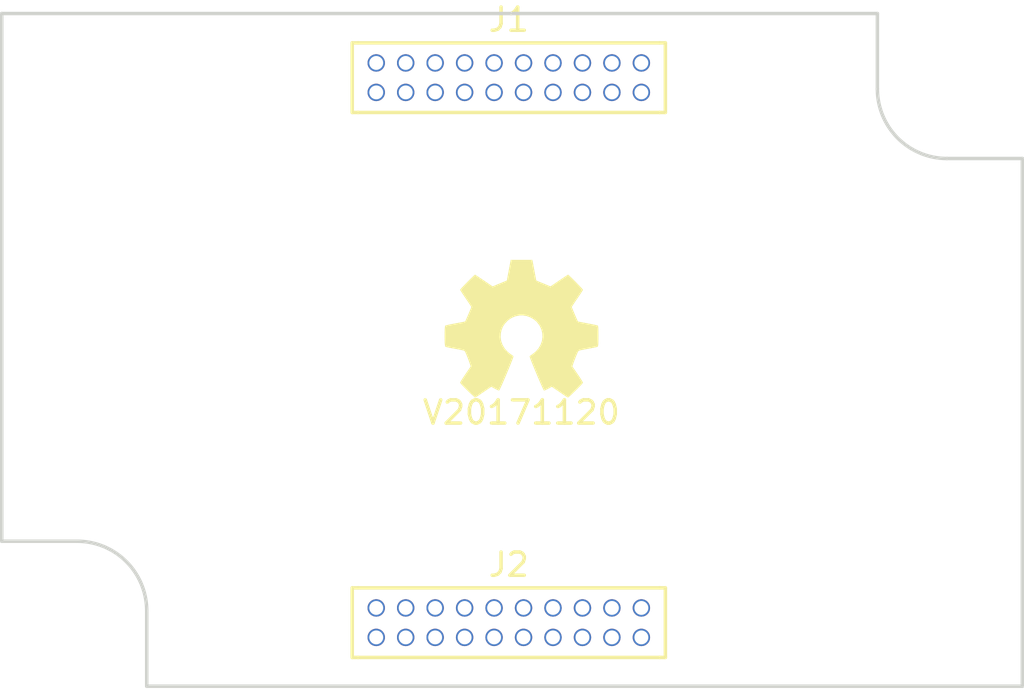
<source format=kicad_pcb>
(kicad_pcb (version 4) (host pcbnew 4.0.7-e2-6376~61~ubuntu18.04.1)

  (general
    (links 4)
    (no_connects 4)
    (area 127.924999 85.424999 172.075001 114.575001)
    (thickness 1.6)
    (drawings 10)
    (tracks 0)
    (zones 0)
    (modules 6)
    (nets 37)
  )

  (page A4)
  (layers
    (0 F.Cu signal)
    (1 In1.Cu signal)
    (2 In2.Cu signal)
    (31 B.Cu signal)
    (32 B.Adhes user)
    (33 F.Adhes user)
    (34 B.Paste user)
    (35 F.Paste user)
    (36 B.SilkS user)
    (37 F.SilkS user)
    (38 B.Mask user)
    (39 F.Mask user)
    (40 Dwgs.User user)
    (41 Cmts.User user)
    (42 Eco1.User user)
    (43 Eco2.User user)
    (44 Edge.Cuts user)
    (45 Margin user)
    (46 B.CrtYd user)
    (47 F.CrtYd user)
    (48 B.Fab user)
    (49 F.Fab user)
  )

  (setup
    (last_trace_width 0.127)
    (user_trace_width 0.127)
    (user_trace_width 0.2)
    (user_trace_width 0.3)
    (user_trace_width 0.4)
    (user_trace_width 0.6)
    (user_trace_width 1)
    (user_trace_width 1.5)
    (user_trace_width 2)
    (trace_clearance 0.127)
    (zone_clearance 0.508)
    (zone_45_only no)
    (trace_min 0.127)
    (segment_width 0.2)
    (edge_width 0.15)
    (via_size 0.381)
    (via_drill 0.254)
    (via_min_size 0.3556)
    (via_min_drill 0.254)
    (user_via 0.3556 0.254)
    (user_via 0.55 0.4)
    (user_via 0.75 0.6)
    (user_via 0.95 0.8)
    (user_via 1.3 1)
    (user_via 1.5 1.2)
    (user_via 1.7 1.4)
    (user_via 1.9 1.6)
    (uvia_size 0.381)
    (uvia_drill 0.254)
    (uvias_allowed no)
    (uvia_min_size 0.381)
    (uvia_min_drill 0.254)
    (pcb_text_width 0.3)
    (pcb_text_size 1.5 1.5)
    (mod_edge_width 0.15)
    (mod_text_size 1 1)
    (mod_text_width 0.15)
    (pad_size 1.524 1.524)
    (pad_drill 0.762)
    (pad_to_mask_clearance 0.1)
    (aux_axis_origin 0 0)
    (visible_elements FFFFFF7F)
    (pcbplotparams
      (layerselection 0x00030_80000001)
      (usegerberextensions false)
      (excludeedgelayer true)
      (linewidth 0.100000)
      (plotframeref false)
      (viasonmask false)
      (mode 1)
      (useauxorigin false)
      (hpglpennumber 1)
      (hpglpenspeed 20)
      (hpglpendiameter 15)
      (hpglpenoverlay 2)
      (psnegative false)
      (psa4output false)
      (plotreference true)
      (plotvalue true)
      (plotinvisibletext false)
      (padsonsilk false)
      (subtractmaskfromsilk false)
      (outputformat 1)
      (mirror false)
      (drillshape 1)
      (scaleselection 1)
      (outputdirectory ""))
  )

  (net 0 "")
  (net 1 VDDA)
  (net 2 VSSA)
  (net 3 "Net-(J1-Pad5)")
  (net 4 "Net-(J1-Pad6)")
  (net 5 "Net-(J1-Pad7)")
  (net 6 "Net-(J1-Pad8)")
  (net 7 "Net-(J1-Pad9)")
  (net 8 "Net-(J1-Pad10)")
  (net 9 "Net-(J1-Pad11)")
  (net 10 "Net-(J1-Pad12)")
  (net 11 "Net-(J1-Pad13)")
  (net 12 "Net-(J1-Pad14)")
  (net 13 "Net-(J1-Pad15)")
  (net 14 "Net-(J1-Pad16)")
  (net 15 "Net-(J1-Pad17)")
  (net 16 "Net-(J1-Pad18)")
  (net 17 "Net-(J1-Pad19)")
  (net 18 "Net-(J1-Pad20)")
  (net 19 VDD)
  (net 20 VSS)
  (net 21 "Net-(J2-Pad5)")
  (net 22 "Net-(J2-Pad6)")
  (net 23 "Net-(J2-Pad7)")
  (net 24 "Net-(J2-Pad8)")
  (net 25 "Net-(J2-Pad9)")
  (net 26 "Net-(J2-Pad10)")
  (net 27 "Net-(J2-Pad11)")
  (net 28 "Net-(J2-Pad12)")
  (net 29 "Net-(J2-Pad13)")
  (net 30 "Net-(J2-Pad14)")
  (net 31 "Net-(J2-Pad15)")
  (net 32 "Net-(J2-Pad16)")
  (net 33 "Net-(J2-Pad17)")
  (net 34 "Net-(J2-Pad18)")
  (net 35 "Net-(J2-Pad19)")
  (net 36 "Net-(J2-Pad20)")

  (net_class Default "This is the default net class."
    (clearance 0.127)
    (trace_width 0.127)
    (via_dia 0.381)
    (via_drill 0.254)
    (uvia_dia 0.381)
    (uvia_drill 0.254)
    (add_net "Net-(J1-Pad10)")
    (add_net "Net-(J1-Pad11)")
    (add_net "Net-(J1-Pad12)")
    (add_net "Net-(J1-Pad13)")
    (add_net "Net-(J1-Pad14)")
    (add_net "Net-(J1-Pad15)")
    (add_net "Net-(J1-Pad16)")
    (add_net "Net-(J1-Pad17)")
    (add_net "Net-(J1-Pad18)")
    (add_net "Net-(J1-Pad19)")
    (add_net "Net-(J1-Pad20)")
    (add_net "Net-(J1-Pad5)")
    (add_net "Net-(J1-Pad6)")
    (add_net "Net-(J1-Pad7)")
    (add_net "Net-(J1-Pad8)")
    (add_net "Net-(J1-Pad9)")
    (add_net "Net-(J2-Pad10)")
    (add_net "Net-(J2-Pad11)")
    (add_net "Net-(J2-Pad12)")
    (add_net "Net-(J2-Pad13)")
    (add_net "Net-(J2-Pad14)")
    (add_net "Net-(J2-Pad15)")
    (add_net "Net-(J2-Pad16)")
    (add_net "Net-(J2-Pad17)")
    (add_net "Net-(J2-Pad18)")
    (add_net "Net-(J2-Pad19)")
    (add_net "Net-(J2-Pad20)")
    (add_net "Net-(J2-Pad5)")
    (add_net "Net-(J2-Pad6)")
    (add_net "Net-(J2-Pad7)")
    (add_net "Net-(J2-Pad8)")
    (add_net "Net-(J2-Pad9)")
    (add_net VDD)
    (add_net VDDA)
    (add_net VSS)
    (add_net VSSA)
  )

  (module Symbols:OSHW-Symbol_6.7x6mm_SilkScreen (layer F.Cu) (tedit 0) (tstamp 5A135134)
    (at 150.4 99.1)
    (descr "Open Source Hardware Symbol")
    (tags "Logo Symbol OSHW")
    (path /5A135869)
    (attr virtual)
    (fp_text reference N1 (at 0 0) (layer F.SilkS) hide
      (effects (font (size 1 1) (thickness 0.15)))
    )
    (fp_text value OHWLOGO (at 0.75 0) (layer F.Fab) hide
      (effects (font (size 1 1) (thickness 0.15)))
    )
    (fp_poly (pts (xy 0.555814 -2.531069) (xy 0.639635 -2.086445) (xy 0.94892 -1.958947) (xy 1.258206 -1.831449)
      (xy 1.629246 -2.083754) (xy 1.733157 -2.154004) (xy 1.827087 -2.216728) (xy 1.906652 -2.269062)
      (xy 1.96747 -2.308143) (xy 2.005157 -2.331107) (xy 2.015421 -2.336058) (xy 2.03391 -2.323324)
      (xy 2.07342 -2.288118) (xy 2.129522 -2.234938) (xy 2.197787 -2.168282) (xy 2.273786 -2.092646)
      (xy 2.353092 -2.012528) (xy 2.431275 -1.932426) (xy 2.503907 -1.856836) (xy 2.566559 -1.790255)
      (xy 2.614803 -1.737182) (xy 2.64421 -1.702113) (xy 2.651241 -1.690377) (xy 2.641123 -1.66874)
      (xy 2.612759 -1.621338) (xy 2.569129 -1.552807) (xy 2.513218 -1.467785) (xy 2.448006 -1.370907)
      (xy 2.410219 -1.31565) (xy 2.341343 -1.214752) (xy 2.28014 -1.123701) (xy 2.229578 -1.04703)
      (xy 2.192628 -0.989272) (xy 2.172258 -0.954957) (xy 2.169197 -0.947746) (xy 2.176136 -0.927252)
      (xy 2.195051 -0.879487) (xy 2.223087 -0.811168) (xy 2.257391 -0.729011) (xy 2.295109 -0.63973)
      (xy 2.333387 -0.550042) (xy 2.36937 -0.466662) (xy 2.400206 -0.396306) (xy 2.423039 -0.34569)
      (xy 2.435017 -0.321529) (xy 2.435724 -0.320578) (xy 2.454531 -0.315964) (xy 2.504618 -0.305672)
      (xy 2.580793 -0.290713) (xy 2.677865 -0.272099) (xy 2.790643 -0.250841) (xy 2.856442 -0.238582)
      (xy 2.97695 -0.215638) (xy 3.085797 -0.193805) (xy 3.177476 -0.174278) (xy 3.246481 -0.158252)
      (xy 3.287304 -0.146921) (xy 3.295511 -0.143326) (xy 3.303548 -0.118994) (xy 3.310033 -0.064041)
      (xy 3.31497 0.015108) (xy 3.318364 0.112026) (xy 3.320218 0.220287) (xy 3.320538 0.333465)
      (xy 3.319327 0.445135) (xy 3.31659 0.548868) (xy 3.312331 0.638241) (xy 3.306555 0.706826)
      (xy 3.299267 0.748197) (xy 3.294895 0.75681) (xy 3.268764 0.767133) (xy 3.213393 0.781892)
      (xy 3.136107 0.799352) (xy 3.04423 0.81778) (xy 3.012158 0.823741) (xy 2.857524 0.852066)
      (xy 2.735375 0.874876) (xy 2.641673 0.89308) (xy 2.572384 0.907583) (xy 2.523471 0.919292)
      (xy 2.490897 0.929115) (xy 2.470628 0.937956) (xy 2.458626 0.946724) (xy 2.456947 0.948457)
      (xy 2.440184 0.976371) (xy 2.414614 1.030695) (xy 2.382788 1.104777) (xy 2.34726 1.191965)
      (xy 2.310583 1.285608) (xy 2.275311 1.379052) (xy 2.243996 1.465647) (xy 2.219193 1.53874)
      (xy 2.203454 1.591678) (xy 2.199332 1.617811) (xy 2.199676 1.618726) (xy 2.213641 1.640086)
      (xy 2.245322 1.687084) (xy 2.291391 1.754827) (xy 2.348518 1.838423) (xy 2.413373 1.932982)
      (xy 2.431843 1.959854) (xy 2.497699 2.057275) (xy 2.55565 2.146163) (xy 2.602538 2.221412)
      (xy 2.635207 2.27792) (xy 2.6505 2.310581) (xy 2.651241 2.314593) (xy 2.638392 2.335684)
      (xy 2.602888 2.377464) (xy 2.549293 2.435445) (xy 2.482171 2.505135) (xy 2.406087 2.582045)
      (xy 2.325604 2.661683) (xy 2.245287 2.739561) (xy 2.169699 2.811186) (xy 2.103405 2.87207)
      (xy 2.050969 2.917721) (xy 2.016955 2.94365) (xy 2.007545 2.947883) (xy 1.985643 2.937912)
      (xy 1.9408 2.91102) (xy 1.880321 2.871736) (xy 1.833789 2.840117) (xy 1.749475 2.782098)
      (xy 1.649626 2.713784) (xy 1.549473 2.645579) (xy 1.495627 2.609075) (xy 1.313371 2.4858)
      (xy 1.160381 2.56852) (xy 1.090682 2.604759) (xy 1.031414 2.632926) (xy 0.991311 2.648991)
      (xy 0.981103 2.651226) (xy 0.968829 2.634722) (xy 0.944613 2.588082) (xy 0.910263 2.515609)
      (xy 0.867588 2.421606) (xy 0.818394 2.310374) (xy 0.76449 2.186215) (xy 0.707684 2.053432)
      (xy 0.649782 1.916327) (xy 0.592593 1.779202) (xy 0.537924 1.646358) (xy 0.487584 1.522098)
      (xy 0.44338 1.410725) (xy 0.407119 1.316539) (xy 0.380609 1.243844) (xy 0.365658 1.196941)
      (xy 0.363254 1.180833) (xy 0.382311 1.160286) (xy 0.424036 1.126933) (xy 0.479706 1.087702)
      (xy 0.484378 1.084599) (xy 0.628264 0.969423) (xy 0.744283 0.835053) (xy 0.83143 0.685784)
      (xy 0.888699 0.525913) (xy 0.915086 0.359737) (xy 0.909585 0.191552) (xy 0.87119 0.025655)
      (xy 0.798895 -0.133658) (xy 0.777626 -0.168513) (xy 0.666996 -0.309263) (xy 0.536302 -0.422286)
      (xy 0.390064 -0.506997) (xy 0.232808 -0.562806) (xy 0.069057 -0.589126) (xy -0.096667 -0.58537)
      (xy -0.259838 -0.55095) (xy -0.415935 -0.485277) (xy -0.560433 -0.387765) (xy -0.605131 -0.348187)
      (xy -0.718888 -0.224297) (xy -0.801782 -0.093876) (xy -0.858644 0.052315) (xy -0.890313 0.197088)
      (xy -0.898131 0.35986) (xy -0.872062 0.52344) (xy -0.814755 0.682298) (xy -0.728856 0.830906)
      (xy -0.617014 0.963735) (xy -0.481877 1.075256) (xy -0.464117 1.087011) (xy -0.40785 1.125508)
      (xy -0.365077 1.158863) (xy -0.344628 1.18016) (xy -0.344331 1.180833) (xy -0.348721 1.203871)
      (xy -0.366124 1.256157) (xy -0.394732 1.33339) (xy -0.432735 1.431268) (xy -0.478326 1.545491)
      (xy -0.529697 1.671758) (xy -0.585038 1.805767) (xy -0.642542 1.943218) (xy -0.700399 2.079808)
      (xy -0.756802 2.211237) (xy -0.809942 2.333205) (xy -0.85801 2.441409) (xy -0.899199 2.531549)
      (xy -0.931699 2.599323) (xy -0.953703 2.64043) (xy -0.962564 2.651226) (xy -0.98964 2.642819)
      (xy -1.040303 2.620272) (xy -1.105817 2.587613) (xy -1.141841 2.56852) (xy -1.294832 2.4858)
      (xy -1.477088 2.609075) (xy -1.570125 2.672228) (xy -1.671985 2.741727) (xy -1.767438 2.807165)
      (xy -1.81525 2.840117) (xy -1.882495 2.885273) (xy -1.939436 2.921057) (xy -1.978646 2.942938)
      (xy -1.991381 2.947563) (xy -2.009917 2.935085) (xy -2.050941 2.900252) (xy -2.110475 2.846678)
      (xy -2.184542 2.777983) (xy -2.269165 2.697781) (xy -2.322685 2.646286) (xy -2.416319 2.554286)
      (xy -2.497241 2.471999) (xy -2.562177 2.402945) (xy -2.607858 2.350644) (xy -2.631011 2.318616)
      (xy -2.633232 2.312116) (xy -2.622924 2.287394) (xy -2.594439 2.237405) (xy -2.550937 2.167212)
      (xy -2.495577 2.081875) (xy -2.43152 1.986456) (xy -2.413303 1.959854) (xy -2.346927 1.863167)
      (xy -2.287378 1.776117) (xy -2.237984 1.703595) (xy -2.202075 1.650493) (xy -2.182981 1.621703)
      (xy -2.181136 1.618726) (xy -2.183895 1.595782) (xy -2.198538 1.545336) (xy -2.222513 1.474041)
      (xy -2.253266 1.388547) (xy -2.288244 1.295507) (xy -2.324893 1.201574) (xy -2.360661 1.113399)
      (xy -2.392994 1.037634) (xy -2.419338 0.980931) (xy -2.437142 0.949943) (xy -2.438407 0.948457)
      (xy -2.449294 0.939601) (xy -2.467682 0.930843) (xy -2.497606 0.921277) (xy -2.543103 0.909996)
      (xy -2.608209 0.896093) (xy -2.696961 0.878663) (xy -2.813393 0.856798) (xy -2.961542 0.829591)
      (xy -2.993618 0.823741) (xy -3.088686 0.805374) (xy -3.171565 0.787405) (xy -3.23493 0.771569)
      (xy -3.271458 0.7596) (xy -3.276356 0.75681) (xy -3.284427 0.732072) (xy -3.290987 0.67679)
      (xy -3.296033 0.597389) (xy -3.299559 0.500296) (xy -3.301561 0.391938) (xy -3.302036 0.27874)
      (xy -3.300977 0.167128) (xy -3.298382 0.063529) (xy -3.294246 -0.025632) (xy -3.288563 -0.093928)
      (xy -3.281331 -0.134934) (xy -3.276971 -0.143326) (xy -3.252698 -0.151792) (xy -3.197426 -0.165565)
      (xy -3.116662 -0.18345) (xy -3.015912 -0.204252) (xy -2.900683 -0.226777) (xy -2.837902 -0.238582)
      (xy -2.718787 -0.260849) (xy -2.612565 -0.281021) (xy -2.524427 -0.298085) (xy -2.459566 -0.311031)
      (xy -2.423174 -0.318845) (xy -2.417184 -0.320578) (xy -2.407061 -0.34011) (xy -2.385662 -0.387157)
      (xy -2.355839 -0.454997) (xy -2.320445 -0.536909) (xy -2.282332 -0.626172) (xy -2.244353 -0.716065)
      (xy -2.20936 -0.799865) (xy -2.180206 -0.870853) (xy -2.159743 -0.922306) (xy -2.150823 -0.947503)
      (xy -2.150657 -0.948604) (xy -2.160769 -0.968481) (xy -2.189117 -1.014223) (xy -2.232723 -1.081283)
      (xy -2.288606 -1.165116) (xy -2.353787 -1.261174) (xy -2.391679 -1.31635) (xy -2.460725 -1.417519)
      (xy -2.52205 -1.50937) (xy -2.572663 -1.587256) (xy -2.609571 -1.646531) (xy -2.629782 -1.682549)
      (xy -2.632701 -1.690623) (xy -2.620153 -1.709416) (xy -2.585463 -1.749543) (xy -2.533063 -1.806507)
      (xy -2.467384 -1.875815) (xy -2.392856 -1.952969) (xy -2.313913 -2.033475) (xy -2.234983 -2.112837)
      (xy -2.1605 -2.18656) (xy -2.094894 -2.250148) (xy -2.042596 -2.299106) (xy -2.008039 -2.328939)
      (xy -1.996478 -2.336058) (xy -1.977654 -2.326047) (xy -1.932631 -2.297922) (xy -1.865787 -2.254546)
      (xy -1.781499 -2.198782) (xy -1.684144 -2.133494) (xy -1.610707 -2.083754) (xy -1.239667 -1.831449)
      (xy -0.621095 -2.086445) (xy -0.537275 -2.531069) (xy -0.453454 -2.975693) (xy 0.471994 -2.975693)
      (xy 0.555814 -2.531069)) (layer F.SilkS) (width 0.01))
  )

  (module SquantorLabels:Label_version (layer F.Cu) (tedit 59D3ED5E) (tstamp 5A135138)
    (at 150.4 102.7)
    (path /5A1357A5)
    (fp_text reference N2 (at 0 2) (layer F.Fab) hide
      (effects (font (size 1 1) (thickness 0.15)))
    )
    (fp_text value V20171120 (at 0 0) (layer F.SilkS)
      (effects (font (size 1 1) (thickness 0.15)))
    )
  )

  (module SquantorPcbOutline:MountingHole_2.5mm_no_metal locked (layer F.Cu) (tedit 5B1D0196) (tstamp 5B1D07E7)
    (at 140 88.25)
    (path /5B1CFFB9)
    (fp_text reference H1 (at 0 -3) (layer F.SilkS) hide
      (effects (font (size 1 1) (thickness 0.15)))
    )
    (fp_text value Drill_Hole_no_metal (at 0 3) (layer F.Fab) hide
      (effects (font (size 1 1) (thickness 0.15)))
    )
    (pad "" np_thru_hole circle (at 0 0) (size 2.5 2.5) (drill 2.5) (layers *.Cu *.Mask))
  )

  (module SquantorPcbOutline:MountingHole_2.5mm_no_metal locked (layer F.Cu) (tedit 5B1D018E) (tstamp 5B1D07EC)
    (at 160 111.75)
    (path /5B1D000C)
    (fp_text reference H2 (at 0 -3) (layer F.SilkS) hide
      (effects (font (size 1 1) (thickness 0.15)))
    )
    (fp_text value Drill_Hole_no_metal (at 0 3) (layer F.Fab) hide
      (effects (font (size 1 1) (thickness 0.15)))
    )
    (pad "" np_thru_hole circle (at 0 0) (size 2.5 2.5) (drill 2.5) (layers *.Cu *.Mask))
  )

  (module SquantorConnectors:Header_0127_2X10_H007 (layer F.Cu) (tedit 5B1D0C7F) (tstamp 5B1F2B4E)
    (at 149.86 88.265)
    (path /5B1D0821)
    (fp_text reference J1 (at 0 -2.5) (layer F.SilkS)
      (effects (font (size 1 1) (thickness 0.15)))
    )
    (fp_text value Conn_02x10_Odd_Even (at 0 2.5) (layer F.Fab)
      (effects (font (size 1 1) (thickness 0.15)))
    )
    (fp_line (start 6.75 -1.5) (end 6.5 -1.5) (layer F.SilkS) (width 0.15))
    (fp_line (start 6.75 1.5) (end 6.75 -1.5) (layer F.SilkS) (width 0.15))
    (fp_line (start 6.5 1.5) (end 6.75 1.5) (layer F.SilkS) (width 0.15))
    (fp_line (start -6.75 1.5) (end -6.5 1.5) (layer F.SilkS) (width 0.15))
    (fp_line (start -6.75 -1.5) (end -6.75 1.5) (layer F.SilkS) (width 0.15))
    (fp_line (start -6.5 -1.5) (end -6.75 -1.5) (layer F.SilkS) (width 0.15))
    (fp_line (start 6.5 1.5) (end -6.5 1.5) (layer F.SilkS) (width 0.15))
    (fp_line (start -6.5 -1.5) (end 6.5 -1.5) (layer F.SilkS) (width 0.15))
    (pad 1 thru_hole circle (at -5.715 -0.635) (size 0.75 0.75) (drill 0.6) (layers *.Cu *.Mask)
      (net 1 VDDA))
    (pad 2 thru_hole circle (at -5.715 0.635) (size 0.75 0.75) (drill 0.6) (layers *.Cu *.Mask)
      (net 1 VDDA))
    (pad 3 thru_hole circle (at -4.445 -0.635) (size 0.75 0.75) (drill 0.6) (layers *.Cu *.Mask)
      (net 2 VSSA))
    (pad 4 thru_hole circle (at -4.445 0.635) (size 0.75 0.75) (drill 0.6) (layers *.Cu *.Mask)
      (net 2 VSSA))
    (pad 5 thru_hole circle (at -3.175 -0.635) (size 0.75 0.75) (drill 0.6) (layers *.Cu *.Mask)
      (net 3 "Net-(J1-Pad5)"))
    (pad 6 thru_hole circle (at -3.175 0.635) (size 0.75 0.75) (drill 0.6) (layers *.Cu *.Mask)
      (net 4 "Net-(J1-Pad6)"))
    (pad 7 thru_hole circle (at -1.905 -0.635) (size 0.75 0.75) (drill 0.6) (layers *.Cu *.Mask)
      (net 5 "Net-(J1-Pad7)"))
    (pad 8 thru_hole circle (at -1.905 0.635) (size 0.75 0.75) (drill 0.6) (layers *.Cu *.Mask)
      (net 6 "Net-(J1-Pad8)"))
    (pad 9 thru_hole circle (at -0.635 -0.635) (size 0.75 0.75) (drill 0.6) (layers *.Cu *.Mask)
      (net 7 "Net-(J1-Pad9)"))
    (pad 10 thru_hole circle (at -0.635 0.635) (size 0.75 0.75) (drill 0.6) (layers *.Cu *.Mask)
      (net 8 "Net-(J1-Pad10)"))
    (pad 11 thru_hole circle (at 0.635 -0.635) (size 0.75 0.75) (drill 0.6) (layers *.Cu *.Mask)
      (net 9 "Net-(J1-Pad11)"))
    (pad 12 thru_hole circle (at 0.635 0.635) (size 0.75 0.75) (drill 0.6) (layers *.Cu *.Mask)
      (net 10 "Net-(J1-Pad12)"))
    (pad 13 thru_hole circle (at 1.905 -0.635) (size 0.75 0.75) (drill 0.6) (layers *.Cu *.Mask)
      (net 11 "Net-(J1-Pad13)"))
    (pad 14 thru_hole circle (at 1.905 0.635) (size 0.75 0.75) (drill 0.6) (layers *.Cu *.Mask)
      (net 12 "Net-(J1-Pad14)"))
    (pad 15 thru_hole circle (at 3.175 -0.635) (size 0.75 0.75) (drill 0.6) (layers *.Cu *.Mask)
      (net 13 "Net-(J1-Pad15)"))
    (pad 16 thru_hole circle (at 3.175 0.635) (size 0.75 0.75) (drill 0.6) (layers *.Cu *.Mask)
      (net 14 "Net-(J1-Pad16)"))
    (pad 17 thru_hole circle (at 4.445 -0.635) (size 0.75 0.75) (drill 0.6) (layers *.Cu *.Mask)
      (net 15 "Net-(J1-Pad17)"))
    (pad 18 thru_hole circle (at 4.445 0.635) (size 0.75 0.75) (drill 0.6) (layers *.Cu *.Mask)
      (net 16 "Net-(J1-Pad18)"))
    (pad 19 thru_hole circle (at 5.715 -0.635) (size 0.75 0.75) (drill 0.6) (layers *.Cu *.Mask)
      (net 17 "Net-(J1-Pad19)"))
    (pad 20 thru_hole circle (at 5.715 0.635) (size 0.75 0.75) (drill 0.6) (layers *.Cu *.Mask)
      (net 18 "Net-(J1-Pad20)"))
  )

  (module SquantorConnectors:Header_0127_2X10_H007 (layer F.Cu) (tedit 5B1D0C7F) (tstamp 5B1FDB73)
    (at 149.86 111.76)
    (path /5B1D18B3)
    (fp_text reference J2 (at 0 -2.5) (layer F.SilkS)
      (effects (font (size 1 1) (thickness 0.15)))
    )
    (fp_text value Conn_02x10_Odd_Even (at 0 2.5) (layer F.Fab)
      (effects (font (size 1 1) (thickness 0.15)))
    )
    (fp_line (start 6.75 -1.5) (end 6.5 -1.5) (layer F.SilkS) (width 0.15))
    (fp_line (start 6.75 1.5) (end 6.75 -1.5) (layer F.SilkS) (width 0.15))
    (fp_line (start 6.5 1.5) (end 6.75 1.5) (layer F.SilkS) (width 0.15))
    (fp_line (start -6.75 1.5) (end -6.5 1.5) (layer F.SilkS) (width 0.15))
    (fp_line (start -6.75 -1.5) (end -6.75 1.5) (layer F.SilkS) (width 0.15))
    (fp_line (start -6.5 -1.5) (end -6.75 -1.5) (layer F.SilkS) (width 0.15))
    (fp_line (start 6.5 1.5) (end -6.5 1.5) (layer F.SilkS) (width 0.15))
    (fp_line (start -6.5 -1.5) (end 6.5 -1.5) (layer F.SilkS) (width 0.15))
    (pad 1 thru_hole circle (at -5.715 -0.635) (size 0.75 0.75) (drill 0.6) (layers *.Cu *.Mask)
      (net 19 VDD))
    (pad 2 thru_hole circle (at -5.715 0.635) (size 0.75 0.75) (drill 0.6) (layers *.Cu *.Mask)
      (net 19 VDD))
    (pad 3 thru_hole circle (at -4.445 -0.635) (size 0.75 0.75) (drill 0.6) (layers *.Cu *.Mask)
      (net 20 VSS))
    (pad 4 thru_hole circle (at -4.445 0.635) (size 0.75 0.75) (drill 0.6) (layers *.Cu *.Mask)
      (net 20 VSS))
    (pad 5 thru_hole circle (at -3.175 -0.635) (size 0.75 0.75) (drill 0.6) (layers *.Cu *.Mask)
      (net 21 "Net-(J2-Pad5)"))
    (pad 6 thru_hole circle (at -3.175 0.635) (size 0.75 0.75) (drill 0.6) (layers *.Cu *.Mask)
      (net 22 "Net-(J2-Pad6)"))
    (pad 7 thru_hole circle (at -1.905 -0.635) (size 0.75 0.75) (drill 0.6) (layers *.Cu *.Mask)
      (net 23 "Net-(J2-Pad7)"))
    (pad 8 thru_hole circle (at -1.905 0.635) (size 0.75 0.75) (drill 0.6) (layers *.Cu *.Mask)
      (net 24 "Net-(J2-Pad8)"))
    (pad 9 thru_hole circle (at -0.635 -0.635) (size 0.75 0.75) (drill 0.6) (layers *.Cu *.Mask)
      (net 25 "Net-(J2-Pad9)"))
    (pad 10 thru_hole circle (at -0.635 0.635) (size 0.75 0.75) (drill 0.6) (layers *.Cu *.Mask)
      (net 26 "Net-(J2-Pad10)"))
    (pad 11 thru_hole circle (at 0.635 -0.635) (size 0.75 0.75) (drill 0.6) (layers *.Cu *.Mask)
      (net 27 "Net-(J2-Pad11)"))
    (pad 12 thru_hole circle (at 0.635 0.635) (size 0.75 0.75) (drill 0.6) (layers *.Cu *.Mask)
      (net 28 "Net-(J2-Pad12)"))
    (pad 13 thru_hole circle (at 1.905 -0.635) (size 0.75 0.75) (drill 0.6) (layers *.Cu *.Mask)
      (net 29 "Net-(J2-Pad13)"))
    (pad 14 thru_hole circle (at 1.905 0.635) (size 0.75 0.75) (drill 0.6) (layers *.Cu *.Mask)
      (net 30 "Net-(J2-Pad14)"))
    (pad 15 thru_hole circle (at 3.175 -0.635) (size 0.75 0.75) (drill 0.6) (layers *.Cu *.Mask)
      (net 31 "Net-(J2-Pad15)"))
    (pad 16 thru_hole circle (at 3.175 0.635) (size 0.75 0.75) (drill 0.6) (layers *.Cu *.Mask)
      (net 32 "Net-(J2-Pad16)"))
    (pad 17 thru_hole circle (at 4.445 -0.635) (size 0.75 0.75) (drill 0.6) (layers *.Cu *.Mask)
      (net 33 "Net-(J2-Pad17)"))
    (pad 18 thru_hole circle (at 4.445 0.635) (size 0.75 0.75) (drill 0.6) (layers *.Cu *.Mask)
      (net 34 "Net-(J2-Pad18)"))
    (pad 19 thru_hole circle (at 5.715 -0.635) (size 0.75 0.75) (drill 0.6) (layers *.Cu *.Mask)
      (net 35 "Net-(J2-Pad19)"))
    (pad 20 thru_hole circle (at 5.715 0.635) (size 0.75 0.75) (drill 0.6) (layers *.Cu *.Mask)
      (net 36 "Net-(J2-Pad20)"))
  )

  (gr_line (start 165.75 88.75) (end 165.75 85.5) (layer Edge.Cuts) (width 0.15))
  (gr_line (start 172 91.75) (end 168.75 91.75) (layer Edge.Cuts) (width 0.15))
  (gr_arc (start 168.75 88.75) (end 168.75 91.75) (angle 90) (layer Edge.Cuts) (width 0.15))
  (gr_line (start 134.25 111.25) (end 134.25 114.5) (layer Edge.Cuts) (width 0.15))
  (gr_line (start 128 108.25) (end 131.25 108.25) (layer Edge.Cuts) (width 0.15))
  (gr_arc (start 131.25 111.25) (end 131.25 108.25) (angle 90) (layer Edge.Cuts) (width 0.15))
  (gr_line (start 128 85.5) (end 128 108.25) (layer Edge.Cuts) (width 0.15))
  (gr_line (start 165.75 85.5) (end 128 85.5) (layer Edge.Cuts) (width 0.15))
  (gr_line (start 172 114.5) (end 172 91.75) (layer Edge.Cuts) (width 0.15))
  (gr_line (start 134.25 114.5) (end 172 114.5) (layer Edge.Cuts) (width 0.15))

)

</source>
